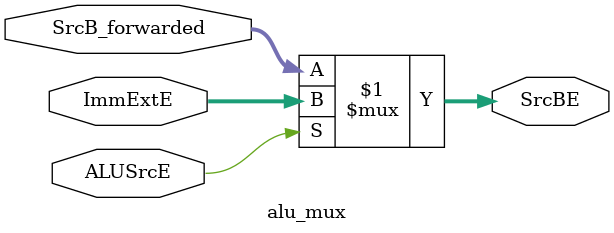
<source format=v>
`timescale 1ns / 1ps

module alu_mux (
    input  [31:0] SrcB_forwarded, 
    input  [31:0] ImmExtE,         
    input         ALUSrcE,         
    output [31:0] SrcBE   
);

    assign SrcBE = ALUSrcE ? ImmExtE : SrcB_forwarded;

endmodule

</source>
